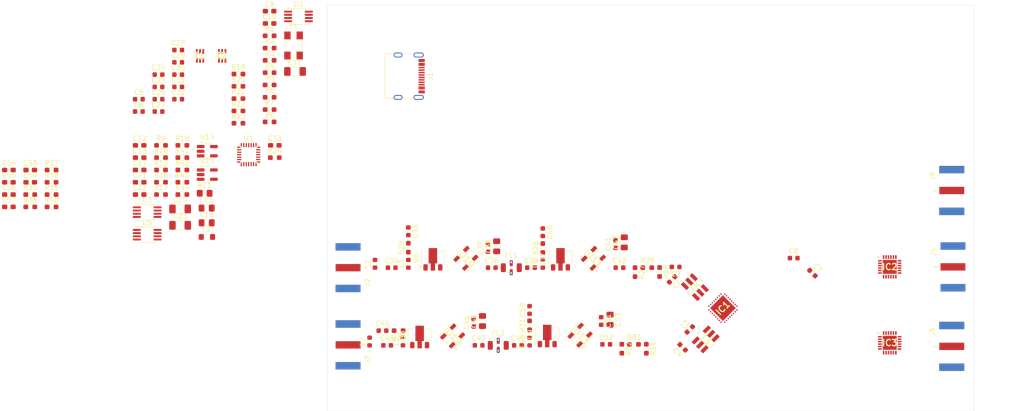
<source format=kicad_pcb>
(kicad_pcb
	(version 20241229)
	(generator "pcbnew")
	(generator_version "9.0")
	(general
		(thickness 1.6)
		(legacy_teardrops no)
	)
	(paper "A4")
	(layers
		(0 "F.Cu" signal)
		(2 "B.Cu" signal)
		(9 "F.Adhes" user "F.Adhesive")
		(11 "B.Adhes" user "B.Adhesive")
		(13 "F.Paste" user)
		(15 "B.Paste" user)
		(5 "F.SilkS" user "F.Silkscreen")
		(7 "B.SilkS" user "B.Silkscreen")
		(1 "F.Mask" user)
		(3 "B.Mask" user)
		(17 "Dwgs.User" user "User.Drawings")
		(19 "Cmts.User" user "User.Comments")
		(21 "Eco1.User" user "User.Eco1")
		(23 "Eco2.User" user "User.Eco2")
		(25 "Edge.Cuts" user)
		(27 "Margin" user)
		(31 "F.CrtYd" user "F.Courtyard")
		(29 "B.CrtYd" user "B.Courtyard")
		(35 "F.Fab" user)
		(33 "B.Fab" user)
		(39 "User.1" user)
		(41 "User.2" user)
		(43 "User.3" user)
		(45 "User.4" user)
	)
	(setup
		(pad_to_mask_clearance 0)
		(allow_soldermask_bridges_in_footprints no)
		(tenting front back)
		(pcbplotparams
			(layerselection 0x00000000_00000000_55555555_5755f5ff)
			(plot_on_all_layers_selection 0x00000000_00000000_00000000_00000000)
			(disableapertmacros no)
			(usegerberextensions no)
			(usegerberattributes yes)
			(usegerberadvancedattributes yes)
			(creategerberjobfile yes)
			(dashed_line_dash_ratio 12.000000)
			(dashed_line_gap_ratio 3.000000)
			(svgprecision 4)
			(plotframeref no)
			(mode 1)
			(useauxorigin no)
			(hpglpennumber 1)
			(hpglpenspeed 20)
			(hpglpendiameter 15.000000)
			(pdf_front_fp_property_popups yes)
			(pdf_back_fp_property_popups yes)
			(pdf_metadata yes)
			(pdf_single_document no)
			(dxfpolygonmode yes)
			(dxfimperialunits yes)
			(dxfusepcbnewfont yes)
			(psnegative no)
			(psa4output no)
			(plot_black_and_white yes)
			(sketchpadsonfab no)
			(plotpadnumbers no)
			(hidednponfab no)
			(sketchdnponfab yes)
			(crossoutdnponfab yes)
			(subtractmaskfromsilk no)
			(outputformat 1)
			(mirror no)
			(drillshape 1)
			(scaleselection 1)
			(outputdirectory "")
		)
	)
	(net 0 "")
	(net 1 "GND")
	(net 2 "Net-(T4-GND_2)")
	(net 3 "/Mixer/RF_MIX_IN1")
	(net 4 "Net-(T4-PRIMARY_DOT)")
	(net 5 "Net-(T3-GND_2)")
	(net 6 "/Mixer/RF_MIX_IN2")
	(net 7 "Net-(T3-PRIMARY_DOT)")
	(net 8 "Net-(T1-PRIMARY(GND))")
	(net 9 "Net-(T1-PRIMARY_DOT(UNBALANCED_PORT))")
	(net 10 "/Mixer/RF_MIX_OUT1")
	(net 11 "Net-(T2-PRIMARY(GND))")
	(net 12 "Net-(T2-PRIMARY_DOT(UNBALANCED_PORT))")
	(net 13 "/Mixer/RF_MIX_OUT2")
	(net 14 "Net-(U2-OUT)")
	(net 15 "Net-(U2-BYP)")
	(net 16 "Net-(U3-BYP)")
	(net 17 "/Mixer/3V_MIXER")
	(net 18 "Net-(C15-Pad1)")
	(net 19 "+5V")
	(net 20 "/MCU/3V_DIGIT")
	(net 21 "Net-(U5-BYP)")
	(net 22 "/MCU/ENBL_MIXER")
	(net 23 "Net-(IC1-LFILT2)")
	(net 24 "Net-(C25-Pad1)")
	(net 25 "Net-(IC1-LFILT1)")
	(net 26 "Net-(C27-Pad1)")
	(net 27 "Net-(IC1-LFILT3)")
	(net 28 "/MCU/RESETX_MIXER")
	(net 29 "unconnected-(IC1-GPO3{slash}FM-Pad25)")
	(net 30 "/MCU/ENX_MIXER")
	(net 31 "/MCU/SCLK_MIXER")
	(net 32 "/MCU/SDATA_MIXER")
	(net 33 "/MCU/MCU_RST")
	(net 34 "Net-(C34-Pad2)")
	(net 35 "/RF_Frontend/RF1_IN")
	(net 36 "Net-(C35-Pad2)")
	(net 37 "Net-(U10-RF-IN_&_DC)")
	(net 38 "Net-(FL1-IN)")
	(net 39 "/PSU/LNA1_PSU")
	(net 40 "Net-(C39-Pad2)")
	(net 41 "Net-(FL1-OUT)")
	(net 42 "Net-(C40-Pad2)")
	(net 43 "Net-(U11-RF-IN_&_DC)")
	(net 44 "Net-(C42-Pad2)")
	(net 45 "Net-(C44-Pad2)")
	(net 46 "/RF_Frontend/RF2_IN")
	(net 47 "Net-(C45-Pad2)")
	(net 48 "/PSU/LNA2_PSU")
	(net 49 "Net-(U12-RF-IN_&_DC)")
	(net 50 "Net-(FL2-IN)")
	(net 51 "Net-(FL2-OUT)")
	(net 52 "Net-(C49-Pad2)")
	(net 53 "Net-(C50-Pad2)")
	(net 54 "Net-(U13-RF-IN_&_DC)")
	(net 55 "Net-(C52-Pad2)")
	(net 56 "Net-(IC2-CLK)")
	(net 57 "Net-(IC2-SERIN)")
	(net 58 "Net-(IC2-LE)")
	(net 59 "Net-(IC3-LE)")
	(net 60 "Net-(IC3-CLK)")
	(net 61 "Net-(IC3-SERIN)")
	(net 62 "Net-(IC1-MIX2_IPP)")
	(net 63 "/Mixer/?")
	(net 64 "/Mixer/LO_EXT")
	(net 65 "Net-(IC1-MIX2_OPN)")
	(net 66 "Net-(IC1-MIX2_OPP)")
	(net 67 "Net-(IC1-MIX2_IPN)")
	(net 68 "/Mixer/FREQ_REF")
	(net 69 "Net-(IC1-MIX1_OPP)")
	(net 70 "/MCU/PLL_LOCK_MIXER")
	(net 71 "Net-(IC1-REXT)")
	(net 72 "Net-(IC1-MIX1_IPP)")
	(net 73 "Net-(IC1-MIX1_IPN)")
	(net 74 "Net-(IC1-MIX1_OPN)")
	(net 75 "/MCU/MODE_MIXER")
	(net 76 "/OUT_DATT/3V_IN")
	(net 77 "unconnected-(IC2-D3-Pad21)")
	(net 78 "/OUT_DATT/RF_OUT_1")
	(net 79 "unconnected-(IC2-ACG1-Pad7)")
	(net 80 "unconnected-(IC2-D0-Pad24)")
	(net 81 "unconnected-(IC2-ACG2-Pad8)")
	(net 82 "unconnected-(IC2-ACG3-Pad9)")
	(net 83 "unconnected-(IC2-D4-Pad20)")
	(net 84 "unconnected-(IC2-SEROUT-Pad15)")
	(net 85 "unconnected-(IC2-D5-Pad19)")
	(net 86 "unconnected-(IC2-D2-Pad22)")
	(net 87 "unconnected-(IC2-D1-Pad23)")
	(net 88 "unconnected-(IC2-ACG5-Pad11)")
	(net 89 "unconnected-(IC2-ACG4-Pad10)")
	(net 90 "unconnected-(IC2-ACG6-Pad12)")
	(net 91 "unconnected-(IC3-ACG5-Pad11)")
	(net 92 "unconnected-(IC3-ACG6-Pad12)")
	(net 93 "unconnected-(IC3-ACG4-Pad10)")
	(net 94 "unconnected-(IC3-ACG2-Pad8)")
	(net 95 "unconnected-(IC3-ACG1-Pad7)")
	(net 96 "unconnected-(IC3-D2-Pad22)")
	(net 97 "unconnected-(IC3-D3-Pad21)")
	(net 98 "unconnected-(IC3-ACG3-Pad9)")
	(net 99 "unconnected-(IC3-D0-Pad24)")
	(net 100 "/OUT_DATT/RF_OUT_2")
	(net 101 "unconnected-(IC3-SEROUT-Pad15)")
	(net 102 "unconnected-(IC3-D4-Pad20)")
	(net 103 "unconnected-(IC3-D1-Pad23)")
	(net 104 "unconnected-(IC3-D5-Pad19)")
	(net 105 "/PSU/5V_VIN")
	(net 106 "unconnected-(J1-CC1-PadA5)")
	(net 107 "unconnected-(J1-CC2-PadB5)")
	(net 108 "unconnected-(J1-D--PadB7)")
	(net 109 "unconnected-(J1-SBU2-PadB8)")
	(net 110 "unconnected-(J1-D+-PadB6)")
	(net 111 "unconnected-(J1-D+-PadA6)")
	(net 112 "unconnected-(J1-D--PadA7)")
	(net 113 "unconnected-(J1-SBU1-PadA8)")
	(net 114 "Net-(L3-Pad2)")
	(net 115 "Net-(L5-Pad2)")
	(net 116 "Net-(L8-Pad2)")
	(net 117 "Net-(L10-Pad2)")
	(net 118 "Net-(Y1-VDD)")
	(net 119 "Net-(Y1-VC)")
	(net 120 "Net-(U2-ADJ)")
	(net 121 "+3.3V")
	(net 122 "Net-(U3-ADJ)")
	(net 123 "Net-(U3-IN)")
	(net 124 "Net-(U5-IN)")
	(net 125 "Net-(U5-ADJ)")
	(net 126 "/MCU/DATT_LE1")
	(net 127 "/MCU/DATT_SDA")
	(net 128 "/MCU/DATT_SCK")
	(net 129 "/MCU/DATT_LE2")
	(net 130 "Net-(U14-VIN{slash}EN)")
	(net 131 "/MCU/LNA_CH1_EN")
	(net 132 "Net-(U15-VIN{slash}EN)")
	(net 133 "/MCU/LNA_CH2_EN")
	(net 134 "unconnected-(T1-NC-Pad6)")
	(net 135 "unconnected-(T2-NC-Pad6)")
	(net 136 "unconnected-(T3-NOT_USED-Pad6)")
	(net 137 "unconnected-(T4-NOT_USED-Pad6)")
	(net 138 "unconnected-(U1-PB0-Pad14)")
	(net 139 "unconnected-(U1-PA9{slash}PA11-Pad19)")
	(net 140 "unconnected-(U1-PA0-Pad6)")
	(net 141 "unconnected-(U1-PB6-Pad27)")
	(net 142 "unconnected-(U1-PB7-Pad28)")
	(net 143 "unconnected-(U1-PA15-Pad23)")
	(net 144 "unconnected-(U1-PB3-Pad24)")
	(net 145 "unconnected-(U1-PA14-Pad22)")
	(net 146 "unconnected-(U1-PF1-Pad3)")
	(net 147 "unconnected-(U1-PB8-Pad1)")
	(net 148 "unconnected-(U1-PB1-Pad15)")
	(net 149 "unconnected-(U1-PA13-Pad21)")
	(net 150 "unconnected-(U1-PA5-Pad11)")
	(net 151 "unconnected-(U1-PB4-Pad25)")
	(net 152 "unconnected-(U1-PA7-Pad13)")
	(net 153 "unconnected-(U1-PA2-Pad8)")
	(net 154 "unconnected-(U1-PA6-Pad12)")
	(net 155 "unconnected-(U1-PF0-Pad2)")
	(net 156 "unconnected-(U1-PA1-Pad7)")
	(net 157 "unconnected-(U1-PA10{slash}PA12-Pad20)")
	(net 158 "unconnected-(U1-PA3-Pad9)")
	(net 159 "unconnected-(U1-PA4-Pad10)")
	(net 160 "unconnected-(U1-PB5-Pad26)")
	(net 161 "unconnected-(U2-NC-Pad7)")
	(net 162 "unconnected-(U2-NC-Pad6)")
	(net 163 "unconnected-(U3-NC-Pad6)")
	(net 164 "unconnected-(U3-NC-Pad7)")
	(net 165 "unconnected-(U5-NC-Pad6)")
	(net 166 "unconnected-(U5-NC-Pad7)")
	(net 167 "unconnected-(U10-NOT_USED_1-Pad2)")
	(net 168 "unconnected-(U10-NOT_USED_2-Pad4)")
	(net 169 "unconnected-(U11-NOT_USED_1-Pad2)")
	(net 170 "unconnected-(U11-NOT_USED_2-Pad4)")
	(net 171 "unconnected-(U12-NOT_USED_1-Pad2)")
	(net 172 "unconnected-(U12-NOT_USED_2-Pad4)")
	(net 173 "unconnected-(U13-NOT_USED_1-Pad2)")
	(net 174 "unconnected-(U13-NOT_USED_2-Pad4)")
	(footprint "Resistor_SMD:R_0603_1608Metric_Pad0.98x0.95mm_HandSolder" (layer "F.Cu") (at 154.4875 125.4))
	(footprint "Resistor_SMD:R_0603_1608Metric_Pad0.98x0.95mm_HandSolder" (layer "F.Cu") (at 62.4425 87.3))
	(footprint "Capacitor_SMD:C_0603_1608Metric_Pad1.08x0.95mm_HandSolder" (layer "F.Cu") (at 80.2225 59.92))
	(footprint "Capacitor_SMD:C_0603_1608Metric" (layer "F.Cu") (at 147.8 120.625 -90))
	(footprint "footprint:NCS4232" (layer "F.Cu") (at 70.5525 66.535))
	(footprint "Resistor_SMD:R_0603_1608Metric_Pad0.98x0.95mm_HandSolder" (layer "F.Cu") (at 35.7925 92.33))
	(footprint "Filter:Filter_Mini-Circuits_FV1206" (layer "F.Cu") (at 126.825 125.6))
	(footprint "Capacitor_SMD:C_0603_1608Metric" (layer "F.Cu") (at 57.5825 75.38))
	(footprint "Capacitor_SMD:C_0603_1608Metric" (layer "F.Cu") (at 122.825 125.6))
	(footprint "footprint:TCCH80" (layer "F.Cu") (at 117.511612 123.68444 135))
	(footprint "Package_TO_SOT_SMD:SOT-89-3" (layer "F.Cu") (at 136.8 123.4 90))
	(footprint "Capacitor_SMD:C_0603_1608Metric" (layer "F.Cu") (at 130.825 125.6))
	(footprint "footprint:TCCH80" (layer "F.Cu") (at 146.21556 107.838388 135))
	(footprint "Capacitor_SMD:C_0603_1608Metric" (layer "F.Cu") (at 61.5925 75.38))
	(footprint "Capacitor_SMD:C_0603_1608Metric_Pad1.08x0.95mm_HandSolder" (layer "F.Cu") (at 27.0925 89.82))
	(footprint "Capacitor_SMD:C_0603_1608Metric" (layer "F.Cu") (at 121.8 120.975 90))
	(footprint "Inductor_SMD:L_0603_1608Metric" (layer "F.Cu") (at 100.6 124.8125 90))
	(footprint "Package_DFN_QFN:QFN-28_4x4mm_P0.5mm" (layer "F.Cu") (at 75.9575 86.69))
	(footprint "Capacitor_SMD:C_0603_1608Metric" (layer "F.Cu") (at 135.9 102.525 -90))
	(footprint "Capacitor_SMD:C_0603_1608Metric" (layer "F.Cu") (at 124.7 105.725 90))
	(footprint "Resistor_SMD:R_0603_1608Metric_Pad0.98x0.95mm_HandSolder" (layer "F.Cu") (at 154.7 110.6625 -90))
	(footprint "Connector_Coaxial:SMA_Amphenol_132289_EdgeMount" (layer "F.Cu") (at 219.2375 125.8))
	(footprint "Capacitor_SMD:C_0603_1608Metric" (layer "F.Cu") (at 190.851992 110.851992 -45))
	(footprint "Resistor_SMD:R_0603_1608Metric_Pad0.98x0.95mm_HandSolder" (layer "F.Cu") (at 35.7925 94.84))
	(footprint "Capacitor_SMD:C_0603_1608Metric" (layer "F.Cu") (at 162.975 109.6 180))
	(footprint "Resistor_SMD:R_0603_1608Metric_Pad0.98x0.95mm_HandSolder" (layer "F.Cu") (at 80.2225 77.49))
	(footprint "Resistor_SMD:R_0603_1608Metric_Pad0.98x0.95mm_HandSolder" (layer "F.Cu") (at 80.2225 74.98))
	(footprint "Resistor_SMD:R_0603_1608Metric_Pad0.98x0.95mm_HandSolder" (layer "F.Cu") (at 73.8725 72.75))
	(footprint "Resistor_SMD:R_0603_1608Metric_Pad0.98x0.95mm_HandSolder" (layer "F.Cu") (at 35.7925 89.82))
	(footprint "Resistor_SMD:R_0603_1608Metric_Pad0.98x0.95mm_HandSolder" (layer "F.Cu") (at 58.0925 84.79))
	(footprint "Package_TO_SOT_SMD:SOT-89-3" (layer "F.Cu") (at 139.5 107.75 90))
	(footprint "Resistor_SMD:R_0603_1608Metric_Pad0.98x0.95mm_HandSolder" (layer "F.Cu") (at 106.5125 122.6 180))
	(footprint "Capacitor_SMD:C_0603_1608Metric_Pad1.08x0.95mm_HandSolder" (layer "F.Cu") (at 53.7425 87.3))
	(footprint "Resistor_SMD:R_0603_1608Metric_Pad0.98x0.95mm_HandSolder" (layer "F.Cu") (at 80.2225 64.94))
	(footprint "Connector_Coaxial:SMA_Amphenol_132289_EdgeMount" (layer "F.Cu") (at 96.2125 125.5 180))
	(footprint "Capacitor_SMD:C_0603_1608Metric_Pad1.08x0.95mm_HandSolder" (layer "F.Cu") (at 27.0925 92.33))
	(footprint "Resistor_SMD:R_0603_1608Metric_Pad0.98x0.95mm_HandSolder" (layer "F.Cu") (at 157.1875 109.75))
	(footprint "Resistor_SMD:R_0603_1608Metric_Pad0.98x0.95mm_HandSolder" (layer "F.Cu") (at 62.4425 94.83))
	(footprint "Capacitor_SMD:C_0603_1608Metric" (layer "F.Cu") (at 151.525 109.75))
	(footprint "Capacitor_SMD:C_0805_2012Metric_Pad1.18x1.45mm_HandSolder" (layer "F.Cu") (at 67.3925 100.6))
	(footprint "Capacitor_SMD:C_0603_1608Metric_Pad1.08x0.95mm_HandSolder" (layer "F.Cu") (at 53.7425 94.83))
	(footprint "Package_SO:MSOP-8_3x3mm_P0.65mm" (layer "F.Cu") (at 55.2725 98.415))
	(footprint "Capacitor_SMD:C_0603_1608Metric" (layer "F.Cu") (at 125.5 109.75))
	(footprint "Resistor_SMD:R_0603_1608Metric_Pad0.98x0.95mm_HandSolder" (layer "F.Cu") (at 73.8725 75.26))
	(footprint "Package_TO_SOT_SMD:SOT-89-3" (layer "F.Cu") (at 113.5 107.75 90))
	(footprint "Resistor_SMD:R_0603_1608Metric_Pad0.98x0.95mm_HandSolder" (layer "F.Cu") (at 62.4425 92.32))
	(footprint "Capacitor_SMD:C_1206_3216Metric_Pad1.33x1.80mm_HandSolder"
		(layer "F.Cu")
		(uuid "545b79d9-d2ee-42c5-9611-b494f631abd8")
		(at 61.9825 97.76)
		(descr "Capacitor SMD 1206 (3216 Metric), square (rectangular) end terminal, IPC-7351 nominal with elongated pad for handsoldering. (Body size source: IPC-SM-782 page 76, https://www.pcb-3d.com/wordpress/wp-content/uploads/ipc-sm-782a_amendment_1_and_2.pdf), generated with kicad-footprint-generator")
		(tags "capacitor handsolder")
		(property "Reference" "C14"
			(at 0 -1.85 0)
			(layer "F.SilkS")
			(uuid "63acf15a-cf15-4218-8f6b-c76c5e8ecc56")
			(effects
				(font
					(size 1 1)
					(thickness 0.15)
				)
			)
		)
		(property "Value" "22u"
			(at 0 1.85 0)
			(layer "F.Fab")
			(uuid "1c08d49f-6fa3-4b11-a11a-983a363b71f6")
			(effects
				(font
					(size 1 1)
					(thickness 0.15)
				)
			)
		)
		(property "Datasheet" "~"
			(at 0 0 0)
			(layer "F.Fab")
			(hide yes)
			(uuid "f671832b-a255-4f25-8729-249c47a86cdd")
			(effects
				(font
					(size 1.27 1.27)
					(thickness 0.15)
				)
			)
		)
		(property "Description" "Unpolarized capacitor"
			(at 0 0 0)
			(layer "F.Fab")
			(hide yes)
			(uuid "db233a9f-33b6-44dd-b75b-0d51fb79fb72")
			(effects
				(font
					(size 1.27 1.27)
					(thickness 0.15)
				)
			)
		)
		(property ki_fp_filters "C_*")
		(path "/b916a6d9-bfec-4d55-a460-63f4121a6680/33c34d02-68d7-405d-b236-567ec7a738e2")
		(sheetname "/PSU/")
		(sheetfile "psu.kicad_sch")
		(attr smd)
		(fp_line
			(start -0.711252 -0.91)
			(end 0.711252 -0.91)
			(stroke
				(width 0.12)
				(type solid)
			)
			(layer "F.SilkS")
			(uuid "570102a8-2f1c-4183-8419-42cf615c404f")
		)
		(fp_line
			(start -0.711252 0.91)
			(end 0.711252 0.91)
			(stroke
				(width 0.12)
				(type solid)
			)
			(layer "F.SilkS")
			(uuid "96a11e95-0d83-4cd4-8bce-d6baffaa99a5")
		)
		(fp_rect
			(start -2.48 -1.15)
			(end 2.48 1.15)
			(stroke
				(width 0.05)
				(type solid)
			)
			(fill no)
			(layer "F.CrtYd")

... [353423 chars truncated]
</source>
